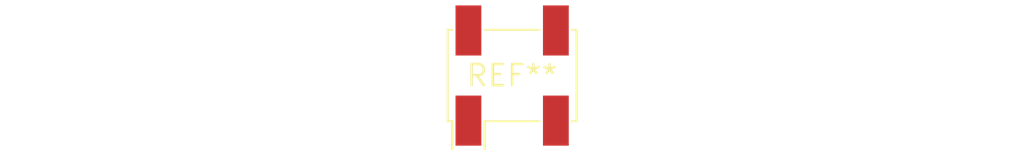
<source format=kicad_pcb>
(kicad_pcb (version 20240108) (generator pcbnew)
  (layers (0 "F.Cu" signal) (31 "B.Cu" signal) (34 "B.Paste" user) (35 "F.Paste" user) (36 "B.SilkS" user "B.Silkscreen") (37 "F.SilkS" user "F.Silkscreen") (38 "B.Mask" user) (39 "F.Mask" user) (44 "Edge.Cuts" user))
  (net 0 "")
  (footprint "Oscillator_SMD_Fordahl_DFAS2-4Pin_7.3x5.1mm_HandSoldering" (layer "F.Cu") (at 0 0)
    (property "Reference" "REF**")
    (property "Value" "Oscillator_SMD_Fordahl_DFAS2-4Pin_7.3x5.1mm_HandSoldering")
    (fp_line (start -3.85 -2.74) (end -3.58 -2.74) (layer "F.SilkS") (stroke (width 0.12)))
    (fp_line (start -3.85 2.74) (end -3.85 -2.74) (layer "F.SilkS") (stroke (width 0.12)))
    (fp_line (start -3.58 2.74) (end -3.85 2.74) (layer "F.SilkS") (stroke (width 0.12)))
    (fp_line (start -3.58 4.4) (end -3.58 2.74) (layer "F.SilkS") (stroke (width 0.12)))
    (fp_line (start -1.64 -2.74) (end 1.64 -2.74) (layer "F.SilkS") (stroke (width 0.12)))
    (fp_line (start -1.64 2.74) (end -1.64 4.4) (layer "F.SilkS") (stroke (width 0.12)))
    (fp_line (start 1.64 2.74) (end -1.64 2.74) (layer "F.SilkS") (stroke (width 0.12)))
    (fp_line (start 3.58 -2.74) (end 3.85 -2.74) (layer "F.SilkS") (stroke (width 0.12)))
    (fp_line (start 3.85 -2.74) (end 3.85 2.74) (layer "F.SilkS") (stroke (width 0.12)))
    (fp_line (start 3.85 2.74) (end 3.58 2.74) (layer "F.SilkS") (stroke (width 0.12)))
    (pad "1" smd rect (at -2.61 2.7) (size 1.54 3) (layers "F.Cu" "F.Paste" "F.Mask"))
    (pad "2" smd rect (at 2.61 2.7) (size 1.54 3) (layers "F.Cu" "F.Paste" "F.Mask"))
    (pad "3" smd rect (at 2.61 -2.7) (size 1.54 3) (layers "F.Cu" "F.Paste" "F.Mask"))
    (pad "4" smd rect (at -2.61 -2.7) (size 1.54 3) (layers "F.Cu" "F.Paste" "F.Mask"))
  )
)
</source>
